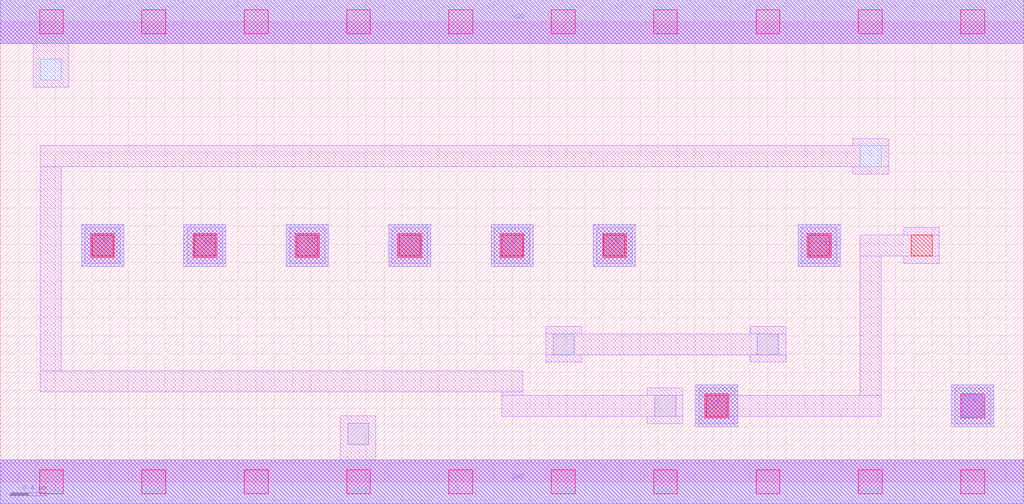
<source format=lef>
MACRO AOAAOI2123
 CLASS CORE ;
 FOREIGN AOAAOI2123 0 0 ;
 SIZE 11.200000000000001 BY 5.04 ;
 ORIGIN 0 0 ;
 SYMMETRY X Y R90 ;
 SITE unit ;
  PIN VDD
   DIRECTION INOUT ;
   USE POWER ;
   SHAPE ABUTMENT ;
    PORT
     CLASS CORE ;
       LAYER met1 ;
        RECT 0.00000000 4.80000000 11.20000000 5.28000000 ;
       LAYER met2 ;
        RECT 0.00000000 4.80000000 11.20000000 5.28000000 ;
    END
  END VDD

  PIN GND
   DIRECTION INOUT ;
   USE POWER ;
   SHAPE ABUTMENT ;
    PORT
     CLASS CORE ;
       LAYER met1 ;
        RECT 0.00000000 -0.24000000 11.20000000 0.24000000 ;
       LAYER met2 ;
        RECT 0.00000000 -0.24000000 11.20000000 0.24000000 ;
    END
  END GND

  PIN Y
   DIRECTION INOUT ;
   USE SIGNAL ;
   SHAPE ABUTMENT ;
    PORT
     CLASS CORE ;
       LAYER met2 ;
        RECT 10.41000000 0.60200000 10.87000000 1.06200000 ;
    END
  END Y

  PIN B
   DIRECTION INOUT ;
   USE SIGNAL ;
   SHAPE ABUTMENT ;
    PORT
     CLASS CORE ;
       LAYER met2 ;
        RECT 6.49000000 2.35700000 6.95000000 2.81700000 ;
    END
  END B

  PIN A1
   DIRECTION INOUT ;
   USE SIGNAL ;
   SHAPE ABUTMENT ;
    PORT
     CLASS CORE ;
       LAYER met2 ;
        RECT 8.73000000 2.35700000 9.19000000 2.81700000 ;
    END
  END A1

  PIN D
   DIRECTION INOUT ;
   USE SIGNAL ;
   SHAPE ABUTMENT ;
    PORT
     CLASS CORE ;
       LAYER met2 ;
        RECT 0.89000000 2.35700000 1.35000000 2.81700000 ;
    END
  END D

  PIN C
   DIRECTION INOUT ;
   USE SIGNAL ;
   SHAPE ABUTMENT ;
    PORT
     CLASS CORE ;
       LAYER met2 ;
        RECT 5.37000000 2.35700000 5.83000000 2.81700000 ;
    END
  END C

  PIN A
   DIRECTION INOUT ;
   USE SIGNAL ;
   SHAPE ABUTMENT ;
    PORT
     CLASS CORE ;
       LAYER met2 ;
        RECT 7.61000000 0.60200000 8.07000000 1.06200000 ;
    END
  END A

  PIN D1
   DIRECTION INOUT ;
   USE SIGNAL ;
   SHAPE ABUTMENT ;
    PORT
     CLASS CORE ;
       LAYER met2 ;
        RECT 2.01000000 2.35700000 2.47000000 2.81700000 ;
    END
  END D1

  PIN C1
   DIRECTION INOUT ;
   USE SIGNAL ;
   SHAPE ABUTMENT ;
    PORT
     CLASS CORE ;
       LAYER met2 ;
        RECT 4.25000000 2.35700000 4.71000000 2.81700000 ;
    END
  END C1

  PIN D2
   DIRECTION INOUT ;
   USE SIGNAL ;
   SHAPE ABUTMENT ;
    PORT
     CLASS CORE ;
       LAYER met2 ;
        RECT 3.13000000 2.35700000 3.59000000 2.81700000 ;
    END
  END D2

 OBS
    LAYER polycont ;
     RECT 7.72500000 0.71700000 7.95500000 0.94700000 ;
     RECT 1.00500000 2.47200000 1.23500000 2.70200000 ;
     RECT 2.12500000 2.47200000 2.35500000 2.70200000 ;
     RECT 3.24500000 2.47200000 3.47500000 2.70200000 ;
     RECT 4.36500000 2.47200000 4.59500000 2.70200000 ;
     RECT 5.48500000 2.47200000 5.71500000 2.70200000 ;
     RECT 6.60500000 2.47200000 6.83500000 2.70200000 ;
     RECT 8.84500000 2.47200000 9.07500000 2.70200000 ;
     RECT 9.96500000 2.47200000 10.19500000 2.70200000 ;

    LAYER pdiffc ;
     RECT 9.41000000 3.45000000 9.64000000 3.68000000 ;
     RECT 0.44000000 4.40000000 0.67000000 4.63000000 ;

    LAYER ndiffc ;
     RECT 3.80000000 0.41000000 4.03000000 0.64000000 ;
     RECT 7.16000000 0.71700000 7.39000000 0.94700000 ;
     RECT 10.52500000 0.71700000 10.75500000 0.94700000 ;
     RECT 6.05000000 1.39200000 6.28000000 1.62200000 ;
     RECT 8.28500000 1.39200000 8.51500000 1.62200000 ;

    LAYER met1 ;
     RECT 0.00000000 -0.24000000 11.20000000 0.24000000 ;
     RECT 3.72000000 0.24000000 4.11000000 0.72000000 ;
     RECT 10.44500000 0.63700000 10.83500000 1.02700000 ;
     RECT 5.97000000 1.31200000 6.36000000 1.39200000 ;
     RECT 8.20500000 1.31200000 8.59500000 1.39200000 ;
     RECT 5.97000000 1.39200000 8.59500000 1.62200000 ;
     RECT 5.97000000 1.62200000 6.36000000 1.70200000 ;
     RECT 8.20500000 1.62200000 8.59500000 1.70200000 ;
     RECT 0.92500000 2.39200000 1.31500000 2.78200000 ;
     RECT 2.04500000 2.39200000 2.43500000 2.78200000 ;
     RECT 3.16500000 2.39200000 3.55500000 2.78200000 ;
     RECT 4.28500000 2.39200000 4.67500000 2.78200000 ;
     RECT 5.40500000 2.39200000 5.79500000 2.78200000 ;
     RECT 6.52500000 2.39200000 6.91500000 2.78200000 ;
     RECT 8.76500000 2.39200000 9.15500000 2.78200000 ;
     RECT 7.64500000 0.63700000 8.03500000 0.71700000 ;
     RECT 7.64500000 0.71700000 9.64000000 0.94700000 ;
     RECT 7.64500000 0.94700000 8.03500000 1.02700000 ;
     RECT 9.41000000 0.94700000 9.64000000 2.47200000 ;
     RECT 9.88500000 2.39200000 10.27500000 2.47200000 ;
     RECT 9.41000000 2.47200000 10.27500000 2.70200000 ;
     RECT 9.88500000 2.70200000 10.27500000 2.78200000 ;
     RECT 7.08000000 0.63700000 7.47000000 0.71700000 ;
     RECT 5.48500000 0.71700000 7.47000000 0.94700000 ;
     RECT 5.48500000 0.94700000 5.71500000 0.98700000 ;
     RECT 7.08000000 0.94700000 7.47000000 1.02700000 ;
     RECT 0.44000000 0.98700000 5.71500000 1.21700000 ;
     RECT 0.44000000 1.21700000 0.67000000 3.45000000 ;
     RECT 9.33000000 3.37000000 9.72000000 3.45000000 ;
     RECT 0.44000000 3.45000000 9.72000000 3.68000000 ;
     RECT 9.33000000 3.68000000 9.72000000 3.76000000 ;
     RECT 0.36000000 4.32000000 0.75000000 4.80000000 ;
     RECT 0.00000000 4.80000000 11.20000000 5.28000000 ;

    LAYER via1 ;
     RECT 0.43000000 -0.13000000 0.69000000 0.13000000 ;
     RECT 1.55000000 -0.13000000 1.81000000 0.13000000 ;
     RECT 2.67000000 -0.13000000 2.93000000 0.13000000 ;
     RECT 3.79000000 -0.13000000 4.05000000 0.13000000 ;
     RECT 4.91000000 -0.13000000 5.17000000 0.13000000 ;
     RECT 6.03000000 -0.13000000 6.29000000 0.13000000 ;
     RECT 7.15000000 -0.13000000 7.41000000 0.13000000 ;
     RECT 8.27000000 -0.13000000 8.53000000 0.13000000 ;
     RECT 9.39000000 -0.13000000 9.65000000 0.13000000 ;
     RECT 10.51000000 -0.13000000 10.77000000 0.13000000 ;
     RECT 7.71000000 0.70200000 7.97000000 0.96200000 ;
     RECT 10.51000000 0.70200000 10.77000000 0.96200000 ;
     RECT 0.99000000 2.45700000 1.25000000 2.71700000 ;
     RECT 2.11000000 2.45700000 2.37000000 2.71700000 ;
     RECT 3.23000000 2.45700000 3.49000000 2.71700000 ;
     RECT 4.35000000 2.45700000 4.61000000 2.71700000 ;
     RECT 5.47000000 2.45700000 5.73000000 2.71700000 ;
     RECT 6.59000000 2.45700000 6.85000000 2.71700000 ;
     RECT 8.83000000 2.45700000 9.09000000 2.71700000 ;
     RECT 0.43000000 4.91000000 0.69000000 5.17000000 ;
     RECT 1.55000000 4.91000000 1.81000000 5.17000000 ;
     RECT 2.67000000 4.91000000 2.93000000 5.17000000 ;
     RECT 3.79000000 4.91000000 4.05000000 5.17000000 ;
     RECT 4.91000000 4.91000000 5.17000000 5.17000000 ;
     RECT 6.03000000 4.91000000 6.29000000 5.17000000 ;
     RECT 7.15000000 4.91000000 7.41000000 5.17000000 ;
     RECT 8.27000000 4.91000000 8.53000000 5.17000000 ;
     RECT 9.39000000 4.91000000 9.65000000 5.17000000 ;
     RECT 10.51000000 4.91000000 10.77000000 5.17000000 ;

    LAYER met2 ;
     RECT 0.00000000 -0.24000000 11.20000000 0.24000000 ;
     RECT 7.61000000 0.60200000 8.07000000 1.06200000 ;
     RECT 10.41000000 0.60200000 10.87000000 1.06200000 ;
     RECT 0.89000000 2.35700000 1.35000000 2.81700000 ;
     RECT 2.01000000 2.35700000 2.47000000 2.81700000 ;
     RECT 3.13000000 2.35700000 3.59000000 2.81700000 ;
     RECT 4.25000000 2.35700000 4.71000000 2.81700000 ;
     RECT 5.37000000 2.35700000 5.83000000 2.81700000 ;
     RECT 6.49000000 2.35700000 6.95000000 2.81700000 ;
     RECT 8.73000000 2.35700000 9.19000000 2.81700000 ;
     RECT 0.00000000 4.80000000 11.20000000 5.28000000 ;

 END
END AOAAOI2123

</source>
